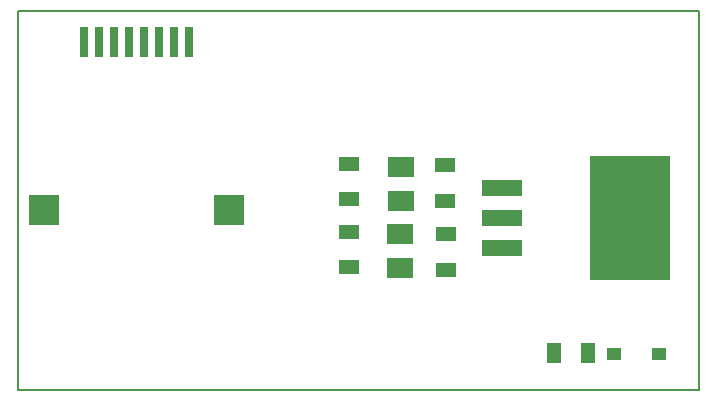
<source format=gbr>
G04 PROTEUS GERBER X2 FILE*
%TF.GenerationSoftware,Labcenter,Proteus,8.15-SP1-Build34318*%
%TF.CreationDate,2024-05-26T10:12:06+00:00*%
%TF.FileFunction,Paste,Top*%
%TF.FilePolarity,Positive*%
%TF.Part,Single*%
%TF.SameCoordinates,{c1c5c1e2-d9f3-4829-891e-9e67f3fcbee4}*%
%FSLAX45Y45*%
%MOMM*%
G01*
%TA.AperFunction,Material*%
%ADD46R,0.762000X2.540000*%
%ADD47R,2.540000X2.540000*%
%TA.AperFunction,Material*%
%ADD48R,3.454400X1.447800*%
%ADD49R,6.807200X10.490200*%
%TA.AperFunction,Material*%
%ADD50R,2.260600X1.803400*%
%ADD51R,1.803400X1.143000*%
%ADD52R,1.143000X1.803400*%
%ADD53R,1.270000X1.016000*%
%TA.AperFunction,Profile*%
%ADD23C,0.203200*%
%TD.AperFunction*%
D46*
X-3416257Y+1614187D03*
X-3543257Y+1614187D03*
X-3670257Y+1614187D03*
X-3797257Y+1614187D03*
X-3924257Y+1614187D03*
X-4051257Y+1614187D03*
X-4178257Y+1614187D03*
X-4305257Y+1614187D03*
D47*
X-4642257Y+197187D03*
X-3072257Y+197187D03*
D48*
X-766150Y+378460D03*
X-766150Y+124460D03*
X-766150Y-129540D03*
D49*
X+323850Y+124460D03*
D50*
X-1626870Y-297180D03*
X-1626870Y-7180D03*
X-1621790Y+561340D03*
X-1621790Y+271340D03*
D51*
X-1245870Y+574040D03*
X-1245870Y+274040D03*
X-1240790Y-309880D03*
X-1240790Y-9880D03*
X-2058670Y+10160D03*
X-2058670Y-289840D03*
X-2058670Y+284480D03*
X-2058670Y+584480D03*
D52*
X-323088Y-1016508D03*
X-33088Y-1016508D03*
D53*
X+187452Y-1026668D03*
X+563372Y-1026668D03*
D23*
X-4859022Y-1330960D02*
X+902970Y-1330960D01*
X+902970Y+1882140D01*
X-4859022Y+1882140D01*
X-4859022Y-1330960D01*
M02*

</source>
